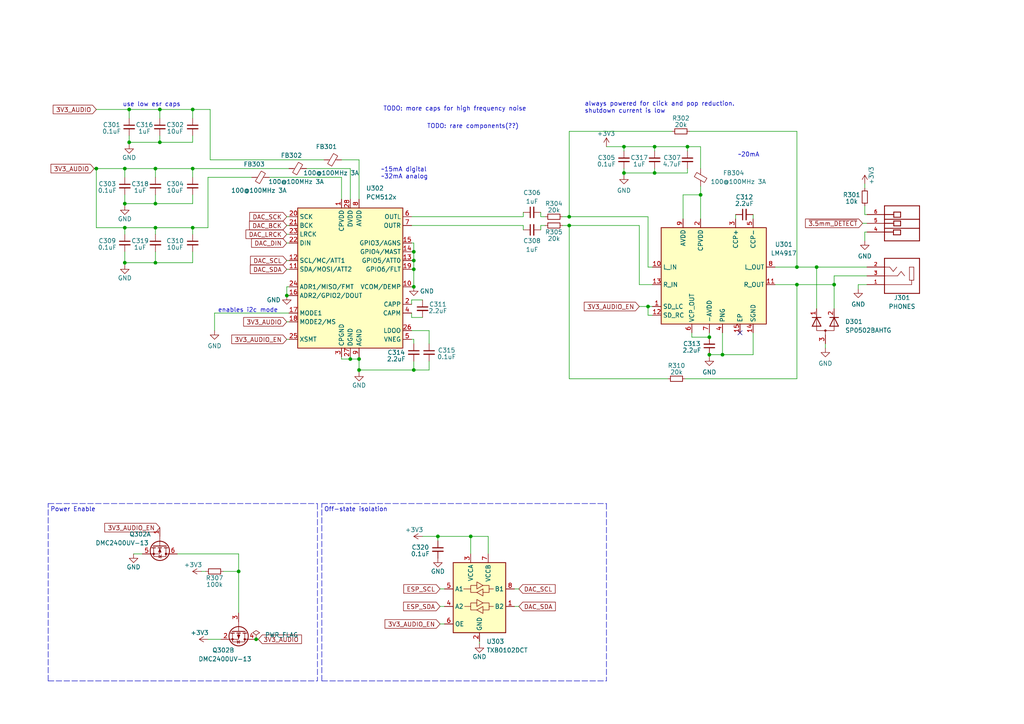
<source format=kicad_sch>
(kicad_sch (version 20211123) (generator eeschema)
  (paper "A4")
  (title_block (date "2022-09-04") (rev "1"))
  (lib_symbols
    (symbol "Audio:PCM5121PW"
      (property "Reference" "U" (at -13.97 21.59 0))
      (property "Value" "PCM5121PW" (at 10.16 21.59 0))
      (symbol "PCM5121PW_0_1"
        (rectangle (start -15.24 20.32) (end 15.24 -20.32) (stroke (width 0.254)) (fill (type background)))
      )
      (symbol "PCM5121PW_1_1"
        (pin power_in line (at -2.54 22.86 270) (length 2.54) (name "CPVDD") (number "1"))
        (pin bidirectional line (at 17.78 -2.54 180) (length 2.54) (name "VCOM/DEMP") (number "10"))
        (pin bidirectional line (at -17.78 2.54 0) (length 2.54) (name "SDA/MOSI/ATT2") (number "11"))
        (pin input line (at -17.78 5.08 0) (length 2.54) (name "SCL/MC/ATT1") (number "12"))
        (pin bidirectional line (at 17.78 5.08 180) (length 2.54) (name "GPIO5/ATT0") (number "13"))
        (pin bidirectional line (at 17.78 7.62 180) (length 2.54) (name "GPIO4/MAST") (number "14"))
        (pin bidirectional line (at 17.78 10.16 180) (length 2.54) (name "GPIO3/AGNS") (number "15"))
        (pin bidirectional line (at -17.78 -5.08 0) (length 2.54) (name "ADR2/GPIO2/DOUT") (number "16"))
        (pin input line (at -17.78 -10.16 0) (length 2.54) (name "MODE1") (number "17"))
        (pin input line (at -17.78 -12.7 0) (length 2.54) (name "MODE2/MS") (number "18"))
        (pin bidirectional line (at 17.78 2.54 180) (length 2.54) (name "GPIO6/FLT") (number "19"))
        (pin passive line (at 17.78 -7.62 180) (length 2.54) (name "CAPP") (number "2"))
        (pin input line (at -17.78 17.78 0) (length 2.54) (name "SCK") (number "20"))
        (pin bidirectional line (at -17.78 15.24 0) (length 2.54) (name "BCK") (number "21"))
        (pin input line (at -17.78 10.16 0) (length 2.54) (name "DIN") (number "22"))
        (pin bidirectional line (at -17.78 12.7 0) (length 2.54) (name "LRCK") (number "23"))
        (pin bidirectional line (at -17.78 -2.54 0) (length 2.54) (name "ADR1/MISO/FMT") (number "24"))
        (pin input line (at -17.78 -17.78 0) (length 2.54) (name "XSMT") (number "25"))
        (pin passive line (at 17.78 -15.24 180) (length 2.54) (name "LDOO") (number "26"))
        (pin power_in line (at 0 -22.86 90) (length 2.54) (name "DGND") (number "27"))
        (pin power_in line (at 0 22.86 270) (length 2.54) (name "DVDD") (number "28"))
        (pin power_in line (at -2.54 -22.86 90) (length 2.54) (name "CPGND") (number "3"))
        (pin passive line (at 17.78 -10.16 180) (length 2.54) (name "CAPM") (number "4"))
        (pin passive line (at 17.78 -17.78 180) (length 2.54) (name "VNEG") (number "5"))
        (pin output line (at 17.78 17.78 180) (length 2.54) (name "OUTL") (number "6"))
        (pin output line (at 17.78 15.24 180) (length 2.54) (name "OUTR") (number "7"))
        (pin power_in line (at 2.54 22.86 270) (length 2.54) (name "AVDD") (number "8"))
        (pin power_in line (at 2.54 -22.86 90) (length 2.54) (name "AGND") (number "9"))
      )
    )
    (symbol "Device:C_Small" (pin_numbers hide) (pin_names (offset 0.254) hide)
      (property "Reference" "C" (at 0.254 1.778 0))
      (property "Value" "C_Small" (at 0.254 -2.032 0))
      (symbol "C_Small_0_1"
        (polyline (pts (xy -1.524 -0.508) (xy 1.524 -0.508)) (stroke (width 0.3302)))
        (polyline (pts (xy -1.524 0.508) (xy 1.524 0.508)) (stroke (width 0.3048)))
      )
      (symbol "C_Small_1_1"
        (pin passive line (at 0 2.54 270) (length 2.032) (name "~") (number "1"))
        (pin passive line (at 0 -2.54 90) (length 2.032) (name "~") (number "2"))
      )
    )
    (symbol "Device:D_Dual_CommonAnode_KKA_Parallel" (pin_names (offset 0.762) hide)
      (property "Reference" "D" (at 0 5.08 0))
      (property "Value" "D_Dual_CommonAnode_KKA_Parallel" (at 0 -5.08 0))
      (symbol "D_Dual_CommonAnode_KKA_Parallel_0_0"
        (polyline (pts (xy 2.54 -3.81) (xy 2.54 -1.27)) (stroke (width 0.254)))
        (polyline (pts (xy 2.54 1.27) (xy 2.54 3.81)) (stroke (width 0.254)))
      )
      (symbol "D_Dual_CommonAnode_KKA_Parallel_0_1"
        (circle (center -1.27 0) (radius 0.254) (fill (type outline)))
        (polyline (pts (xy -1.27 0) (xy -2.54 0)))
        (polyline (pts (xy 2.54 2.54) (xy -1.27 2.54) (xy -1.27 -2.54) (xy 2.54 -2.54)))
        (polyline (pts (xy 0 -1.27) (xy 2.54 -2.54) (xy 0 -3.81) (xy 0 -1.27) (xy 0 -1.27) (xy 0 -1.27)) (stroke (width 0.254)))
        (polyline (pts (xy 0 3.81) (xy 2.54 2.54) (xy 0 1.27) (xy 0 3.81) (xy 0 3.81) (xy 0 3.81)) (stroke (width 0.254)))
        (pin passive line (at 5.08 2.54 180) (length 2.54) (name "K") (number "1"))
        (pin passive line (at 5.08 -2.54 180) (length 2.54) (name "K") (number "2"))
        (pin passive line (at -5.08 0 0) (length 2.54) (name "A") (number "3"))
      )
    )
    (symbol "Device:Ferrite_Bead_Small" (pin_numbers hide) (pin_names (offset 0))
      (property "Reference" "FB" (at 1.905 1.27 0))
      (property "Value" "Device_Ferrite_Bead_Small" (at 1.905 -1.27 0))
      (symbol "Ferrite_Bead_Small_0_1"
        (polyline (pts (xy 0 -1.27) (xy 0 -0.7874)))
        (polyline (pts (xy 0 0.889) (xy 0 1.2954)))
        (polyline (pts (xy -1.8288 0.2794) (xy -1.1176 1.4986) (xy 1.8288 -0.2032) (xy 1.1176 -1.4224) (xy -1.8288 0.2794)))
      )
      (symbol "Ferrite_Bead_Small_1_1"
        (pin passive line (at 0 2.54 270) (length 1.27) (name "~") (number "1"))
        (pin passive line (at 0 -2.54 90) (length 1.27) (name "~") (number "2"))
      )
    )
    (symbol "Device:R_Small" (pin_numbers hide) (pin_names (offset 0.254) hide)
      (property "Reference" "R" (at 0.762 0.508 0))
      (property "Value" "R_Small" (at 0.762 -1.016 0))
      (symbol "R_Small_0_1"
        (rectangle (start -0.762 1.778) (end 0.762 -1.778) (stroke (width 0.2032)))
      )
      (symbol "R_Small_1_1"
        (pin passive line (at 0 2.54 270) (length 0.762) (name "~") (number "1"))
        (pin passive line (at 0 -2.54 90) (length 0.762) (name "~") (number "2"))
      )
    )
    (symbol "Logic_LevelTranslator:TXB0102DCT"
      (property "Reference" "U" (at -6.35 11.43 0))
      (property "Value" "TXB0102DCT" (at 3.81 11.43 0))
      (symbol "TXB0102DCT_0_1"
        (rectangle (start -7.62 10.16) (end 7.62 -10.16) (stroke (width 0.254)) (fill (type background)))
        (polyline (pts (xy -2.54 -2.54) (xy -2.54 -1.524) (xy -0.762 -1.524)))
        (polyline (pts (xy -2.54 2.54) (xy -2.54 3.556) (xy -0.762 3.556)))
        (polyline (pts (xy 2.794 -2.54) (xy 2.794 -3.556) (xy 1.016 -3.556)))
        (polyline (pts (xy 2.794 2.54) (xy 2.794 1.524) (xy 1.016 1.524)))
        (polyline (pts (xy -0.762 -3.556) (xy -2.54 -3.556) (xy -2.54 -2.54) (xy -4.318 -2.54)))
        (polyline (pts (xy -0.762 -2.54) (xy -0.762 -0.508) (xy 1.016 -1.524) (xy -0.762 -2.54)) (fill (type background)))
        (polyline (pts (xy -0.762 1.524) (xy -2.54 1.524) (xy -2.54 2.54) (xy -4.572 2.54)))
        (polyline (pts (xy -0.762 2.54) (xy -0.762 4.572) (xy 1.016 3.556) (xy -0.762 2.54)))
        (polyline (pts (xy 1.016 -2.54) (xy 1.016 -4.572) (xy -0.762 -3.556) (xy 1.016 -2.54)))
        (polyline (pts (xy 1.016 -1.524) (xy 2.794 -1.524) (xy 2.794 -2.54) (xy 4.064 -2.54)))
        (polyline (pts (xy 1.016 3.556) (xy 2.794 3.556) (xy 2.794 2.54) (xy 4.064 2.54)))
        (polyline (pts (xy 1.016 2.54) (xy 1.016 0.762) (xy 1.016 0.508) (xy -0.762 1.524) (xy 1.016 2.54)))
      )
      (symbol "TXB0102DCT_1_1"
        (pin bidirectional line (at 10.16 -2.54 180) (length 2.54) (name "B2") (number "1"))
        (pin power_in line (at 0 -12.7 90) (length 2.54) (name "GND") (number "2"))
        (pin power_in line (at -2.54 12.7 270) (length 2.54) (name "VCCA") (number "3"))
        (pin bidirectional line (at -10.16 -2.54 0) (length 2.54) (name "A2") (number "4"))
        (pin bidirectional line (at -10.16 2.54 0) (length 2.54) (name "A1") (number "5"))
        (pin input line (at -10.16 -7.62 0) (length 2.54) (name "OE") (number "6"))
        (pin power_in line (at 2.54 12.7 270) (length 2.54) (name "VCCB") (number "7"))
        (pin bidirectional line (at 10.16 2.54 180) (length 2.54) (name "B1") (number "8"))
      )
    )
    (symbol "Transistor_FET:DMC2053UVT" (pin_names hide)
      (property "Reference" "Q" (at 3.175 1.27 0))
      (property "Value" "DMC2053UVT" (at 3.175 -1.27 0))
      (symbol "DMC2053UVT_0_1"
        (circle (center -0.889 0) (radius 2.794) (stroke (width 0.254)))
        (circle (center 0 -1.778) (radius 0.254) (fill (type outline)))
        (polyline (pts (xy -2.286 0) (xy -5.08 0)))
        (polyline (pts (xy -2.286 1.905) (xy -2.286 -1.905)) (stroke (width 0.254)))
        (polyline (pts (xy -1.778 -1.27) (xy -1.778 -2.286)) (stroke (width 0.254)))
        (polyline (pts (xy -1.778 0.508) (xy -1.778 -0.508)) (stroke (width 0.254)))
        (polyline (pts (xy -1.778 2.286) (xy -1.778 1.27)) (stroke (width 0.254)))
        (polyline (pts (xy 0 2.54) (xy 0 1.778)))
        (polyline (pts (xy 0 -2.54) (xy 0 0) (xy -1.778 0)))
        (polyline (pts (xy -1.778 -1.778) (xy 0.762 -1.778) (xy 0.762 1.778) (xy -1.778 1.778)))
        (circle (center 0 1.778) (radius 0.254) (fill (type outline)))
      )
      (symbol "DMC2053UVT_1_1"
        (polyline (pts (xy -1.524 0) (xy -0.508 0.381) (xy -0.508 -0.381) (xy -1.524 0)) (fill (type outline)))
        (polyline (pts (xy 0.254 0.508) (xy 0.381 0.381) (xy 1.143 0.381) (xy 1.27 0.254)))
        (polyline (pts (xy 0.762 0.381) (xy 0.381 -0.254) (xy 1.143 -0.254) (xy 0.762 0.381)))
        (pin passive line (at -7.62 0 0) (length 2.54) (name "G") (number "1"))
        (pin passive line (at 0 -5.08 90) (length 2.54) (name "S") (number "5"))
        (pin passive line (at 0 5.08 270) (length 2.54) (name "D") (number "6"))
      )
      (symbol "DMC2053UVT_2_1"
        (polyline (pts (xy -0.254 0) (xy -1.27 0.381) (xy -1.27 -0.381) (xy -0.254 0)) (fill (type outline)))
        (polyline (pts (xy 0.254 -0.508) (xy 0.381 -0.381) (xy 1.143 -0.381) (xy 1.27 -0.254)))
        (polyline (pts (xy 0.762 -0.381) (xy 0.381 0.254) (xy 1.143 0.254) (xy 0.762 -0.381)))
        (pin passive line (at 0 -5.08 90) (length 2.54) (name "S") (number "2"))
        (pin passive line (at -7.62 0 0) (length 2.54) (name "G") (number "3"))
        (pin passive line (at 0 5.08 270) (length 2.54) (name "D") (number "4"))
      )
    )
    (symbol "power:+3V3" (power) (pin_names (offset 0))
      (property "Value" "+3V3" (at 0 3.556 0))
      (symbol "+3V3_0_1"
        (polyline (pts (xy -0.762 1.27) (xy 0 2.54)))
        (polyline (pts (xy 0 0) (xy 0 2.54)))
        (polyline (pts (xy 0 2.54) (xy 0.762 1.27)))
      )
      (symbol "+3V3_1_1"
        (pin power_in line (at 0 0 90) (length 0) hide (name "+3V3") (number "1"))
      )
    )
    (symbol "power:GND" (power) (pin_names (offset 0))
      (property "Value" "GND" (at 0 -3.81 0))
      (symbol "GND_0_1"
        (polyline (pts (xy 0 0) (xy 0 -1.27) (xy 1.27 -1.27) (xy 0 -2.54) (xy -1.27 -1.27) (xy 0 -1.27)))
      )
      (symbol "GND_1_1"
        (pin power_in line (at 0 0 270) (length 0) hide (name "GND") (number "1"))
      )
    )
    (symbol "power:PWR_FLAG" (power) (pin_numbers hide) (pin_names (offset 0) hide)
      (property "Value" "PWR_FLAG" (at 0 3.81 0))
      (symbol "PWR_FLAG_0_0"
        (pin power_out line (at 0 0 90) (length 0) (name "pwr") (number "1"))
      )
      (symbol "PWR_FLAG_0_1"
        (polyline (pts (xy 0 0) (xy 0 1.27) (xy -1.016 1.905) (xy 0 2.54) (xy 1.016 1.905) (xy 0 1.27)))
      )
    )
    (symbol "symbols:LM4917"
      (property "Reference" "U" (at 0 0 0))
      (property "Value" "LM4917" (at 0 0 0))
      (symbol "LM4917_0_0"
        (pin input line (at -17.78 -2.54 0) (length 2.54) (name "R_IN") (number "13"))
        (pin power_in line (at 11.43 -16.51 90) (length 2.54) (name "SGND") (number "14"))
        (pin power_in line (at 7.62 -16.51 90) (length 2.54) (name "EP") (number "15"))
        (pin passive line (at 6.35 16.51 270) (length 2.54) (name "CCP+") (number "3"))
      )
      (symbol "LM4917_0_1"
        (rectangle (start -15.24 13.97) (end 15.24 -13.97) (stroke (width 0.254)) (fill (type background)))
      )
      (symbol "LM4917_1_1"
        (pin input line (at -17.78 -8.89 0) (length 2.54) (name "SD_LC") (number "1"))
        (pin input line (at -17.78 2.54 0) (length 2.54) (name "L_IN") (number "10"))
        (pin output line (at 17.78 -2.54 180) (length 2.54) (name "R_OUT") (number "11"))
        (pin input line (at -17.78 -11.43 0) (length 2.54) (name "SD_RC") (number "12"))
        (pin power_in line (at -3.81 16.51 270) (length 2.54) (name "CPVDD") (number "2"))
        (pin power_in line (at 2.54 -16.51 90) (length 2.54) (name "PNG") (number "4"))
        (pin passive line (at 11.43 16.51 270) (length 2.54) (name "CCP-") (number "5"))
        (pin power_in line (at -6.35 -16.51 90) (length 2.54) (name "VCP_OUT") (number "6"))
        (pin power_in line (at -1.27 -16.51 90) (length 2.54) (name "-AVDD") (number "7"))
        (pin output line (at 17.78 2.54 180) (length 2.54) (name "L_OUT") (number "8"))
        (pin power_in line (at -8.89 16.51 270) (length 2.54) (name "AVDD") (number "9"))
      )
    )
    (symbol "symbols:SJ-3566AN" (pin_names (offset 1.016) hide)
      (property "Reference" "J301" (at 0 6.35 0))
      (property "Value" "PHONES" (at 0 8.89 0))
      (symbol "SJ-3566AN_0_0"
        (polyline (pts (xy -5.1054 -13.7922) (xy 5.0038 -13.7922)) (stroke (width 0.254)))
        (polyline (pts (xy -5.08 -20.32) (xy 5.08 -20.32)) (stroke (width 0.254)))
        (polyline (pts (xy -5.08 -10.16) (xy -5.08 -20.32)) (stroke (width 0.254)))
        (polyline (pts (xy -5.08 -5.08) (xy 5.08 -5.08)) (stroke (width 0.254)))
        (polyline (pts (xy -5.08 5.08) (xy -5.08 -5.08)) (stroke (width 0.254)))
        (polyline (pts (xy -3.429 -2.54) (xy -2.159 -2.54)) (stroke (width 0.1524)))
        (polyline (pts (xy -3.429 1.27) (xy -3.429 -2.54)) (stroke (width 0.1524)))
        (polyline (pts (xy -2.794 1.27) (xy -3.429 1.27)) (stroke (width 0.1524)))
        (polyline (pts (xy -2.794 1.27) (xy -2.794 2.54)) (stroke (width 0.1524)))
        (polyline (pts (xy -2.794 2.54) (xy 5.08 2.54)) (stroke (width 0.1524)))
        (polyline (pts (xy -2.159 -2.54) (xy -2.159 1.27)) (stroke (width 0.1524)))
        (polyline (pts (xy -2.159 1.27) (xy -2.794 1.27)) (stroke (width 0.1524)))
        (polyline (pts (xy 0.254 -1.27) (xy -0.762 0)) (stroke (width 0.1524)))
        (polyline (pts (xy 0.4064 -18.4912) (xy 0.4064 -16.9926)) (stroke (width 0.254)))
        (polyline (pts (xy 0.4064 -16.9926) (xy 2.3876 -16.9926)) (stroke (width 0.254)))
        (polyline (pts (xy 0.4064 -15.9004) (xy 0.4064 -14.5034)) (stroke (width 0.254)))
        (polyline (pts (xy 0.4064 -14.5034) (xy 2.3876 -14.5034)) (stroke (width 0.254)))
        (polyline (pts (xy 0.4064 -11.9126) (xy 0.4064 -13.3096)) (stroke (width 0.254)))
        (polyline (pts (xy 0.508 -13.3096) (xy 2.4892 -13.3096)) (stroke (width 0.254)))
        (polyline (pts (xy 1.27 0) (xy 0.254 -1.27)) (stroke (width 0.1524)))
        (polyline (pts (xy 1.524 -2.54) (xy 2.54 -1.27)) (stroke (width 0.1524)))
        (polyline (pts (xy 2.3876 -18.4912) (xy 0.4064 -18.4912)) (stroke (width 0.254)))
        (polyline (pts (xy 2.3876 -16.9926) (xy 2.3876 -18.4912)) (stroke (width 0.254)))
        (polyline (pts (xy 2.3876 -15.9004) (xy 0.4064 -15.9004)) (stroke (width 0.254)))
        (polyline (pts (xy 2.3876 -14.5034) (xy 2.3876 -15.9004)) (stroke (width 0.254)))
        (polyline (pts (xy 2.4892 -13.3096) (xy 2.4892 -11.9126)) (stroke (width 0.254)))
        (polyline (pts (xy 2.4892 -11.9126) (xy 0.508 -11.9126)) (stroke (width 0.254)))
        (polyline (pts (xy 2.54 -1.27) (xy 3.556 -2.54)) (stroke (width 0.1524)))
        (polyline (pts (xy 5.08 -20.32) (xy 5.08 -17.78)) (stroke (width 0.254)))
        (polyline (pts (xy 5.08 -17.78) (xy 2.54 -17.78)) (stroke (width 0.254)))
        (polyline (pts (xy 5.08 -17.78) (xy 5.08 -15.24)) (stroke (width 0.254)))
        (polyline (pts (xy 5.08 -15.24) (xy 2.54 -15.24)) (stroke (width 0.254)))
        (polyline (pts (xy 5.08 -15.24) (xy 5.08 -12.7)) (stroke (width 0.254)))
        (polyline (pts (xy 5.08 -12.7) (xy 2.54 -12.7)) (stroke (width 0.254)))
        (polyline (pts (xy 5.08 -12.7) (xy 5.08 -10.16)) (stroke (width 0.254)))
        (polyline (pts (xy 5.08 -10.16) (xy -5.08 -10.16)) (stroke (width 0.254)))
        (polyline (pts (xy 5.08 -5.08) (xy 5.08 -2.54)) (stroke (width 0.254)))
        (polyline (pts (xy 5.08 -2.54) (xy 3.556 -2.54)) (stroke (width 0.1524)))
        (polyline (pts (xy 5.08 -2.54) (xy 5.08 0)) (stroke (width 0.254)))
        (polyline (pts (xy 5.08 0) (xy 1.27 0)) (stroke (width 0.1524)))
        (polyline (pts (xy 5.08 0) (xy 5.08 2.54)) (stroke (width 0.254)))
        (polyline (pts (xy 5.08 2.54) (xy 5.08 5.08)) (stroke (width 0.254)))
        (polyline (pts (xy 5.08 5.08) (xy -5.08 5.08)) (stroke (width 0.254)))
        (polyline (pts (xy 5.1054 -16.4084) (xy -5.1054 -16.4084)) (stroke (width 0.254)))
        (pin passive line (at 10.16 2.54 180) (length 5.08) (name "~") (number "1"))
        (pin passive line (at 10.16 -2.54 180) (length 5.08) (name "~") (number "2"))
        (pin passive line (at 10.16 0 180) (length 5.08) (name "~") (number "3"))
        (pin passive line (at 10.16 -12.7 180) (length 5.08) (name "~") (number "4"))
        (pin passive line (at 10.16 -15.24 180) (length 5.08) (name "~") (number "5"))
        (pin passive line (at 10.16 -17.78 180) (length 5.08) (name "~") (number "6"))
      )
    )
  )
  (junction (at 120.015 83.185))
  (junction (at 55.88 66.04))
  (junction (at 120.015 75.565))
  (junction (at 120.015 73.025))
  (junction (at 189.865 42.545))
  (junction (at 205.74 102.87))
  (junction (at 199.39 42.545))
  (junction (at 27.94 48.895))
  (junction (at 104.14 107.315))
  (junction (at 74.295 185.42))
  (junction (at 189.865 50.165))
  (junction (at 45.085 48.895))
  (junction (at 55.88 31.75))
  (junction (at 101.6 104.14))
  (junction (at 241.935 82.55))
  (junction (at 187.96 88.9))
  (junction (at 231.14 82.55))
  (junction (at 45.085 76.2))
  (junction (at 180.975 42.545))
  (junction (at 36.195 66.04))
  (junction (at 203.2 56.515))
  (junction (at 69.215 165.735))
  (junction (at 45.085 59.055))
  (junction (at 209.55 102.87))
  (junction (at 104.14 104.14))
  (junction (at 127 155.575))
  (junction (at 205.74 97.79))
  (junction (at 36.195 48.895))
  (junction (at 120.015 78.105))
  (junction (at 120.015 107.315))
  (junction (at 165.1 65.405))
  (junction (at 37.465 31.75))
  (junction (at 136.525 155.575))
  (junction (at 236.855 77.47))
  (junction (at 37.465 41.275))
  (junction (at 36.195 76.2))
  (junction (at 46.355 41.275))
  (junction (at 55.88 48.895))
  (junction (at 46.355 31.75))
  (junction (at 83.185 85.725))
  (junction (at 180.975 50.165))
  (junction (at 165.1 62.865))
  (junction (at 231.14 77.47))
  (junction (at 36.195 59.055))
  (junction (at 45.085 66.04))
  (no_connect (at -332.105 50.165))
  (no_connect (at 214.63 96.52))
  (no_connect (at 229.87 256.54))
  (polyline (pts (xy 13.97 197.485) (xy 13.97 146.05)))
  (wire (pts (xy 250.825 67.31) (xy 250.825 69.85)))
  (wire (pts (xy 38.735 160.655) (xy 41.275 160.655)))
  (wire (pts (xy 45.085 56.515) (xy 45.085 59.055)))
  (wire (pts (xy 187.96 62.865) (xy 187.96 77.47)))
  (wire (pts (xy 156.845 65.405) (xy 156.845 66.675)))
  (wire (pts (xy 119.38 86.995) (xy 119.38 88.265)))
  (wire (pts (xy 119.38 75.565) (xy 120.015 75.565)))
  (wire (pts (xy 55.88 39.37) (xy 55.88 41.275)))
  (wire (pts (xy 251.46 62.23) (xy 250.825 62.23)))
  (wire (pts (xy 101.6 104.14) (xy 104.14 104.14)))
  (wire (pts (xy 36.195 59.055) (xy 36.195 59.69)))
  (wire (pts (xy 251.46 67.31) (xy 250.825 67.31)))
  (wire (pts (xy 158.115 62.865) (xy 156.845 62.865)))
  (wire (pts (xy 231.14 82.55) (xy 231.14 109.855)))
  (wire (pts (xy 156.845 62.865) (xy 156.845 61.595)))
  (wire (pts (xy 151.765 65.405) (xy 151.765 66.675)))
  (wire (pts (xy 127.635 175.895) (xy 128.905 175.895)))
  (wire (pts (xy 231.14 109.855) (xy 198.755 109.855)))
  (wire (pts (xy 213.36 62.23) (xy 213.36 63.5)))
  (wire (pts (xy 224.79 82.55) (xy 231.14 82.55)))
  (wire (pts (xy 36.195 59.055) (xy 45.085 59.055)))
  (wire (pts (xy 36.195 51.435) (xy 36.195 48.895)))
  (wire (pts (xy 37.465 31.75) (xy 46.355 31.75)))
  (polyline (pts (xy 93.345 197.485) (xy 175.895 197.485)))
  (polyline (pts (xy 13.97 197.485) (xy 92.075 197.485)))
  (wire (pts (xy 45.085 48.895) (xy 55.88 48.895)))
  (wire (pts (xy 251.46 82.55) (xy 248.92 82.55)))
  (wire (pts (xy 180.975 50.165) (xy 180.975 50.8)))
  (wire (pts (xy 60.96 31.75) (xy 60.96 46.355)))
  (wire (pts (xy 124.46 107.315) (xy 120.015 107.315)))
  (wire (pts (xy 119.38 95.885) (xy 124.46 95.885)))
  (wire (pts (xy 165.1 38.1) (xy 194.945 38.1)))
  (wire (pts (xy 180.975 42.545) (xy 180.975 43.815)))
  (wire (pts (xy 199.39 42.545) (xy 203.2 42.545)))
  (wire (pts (xy 203.2 53.975) (xy 203.2 56.515)))
  (wire (pts (xy 27.94 31.75) (xy 37.465 31.75)))
  (wire (pts (xy 104.14 57.785) (xy 104.14 46.355)))
  (wire (pts (xy 119.38 62.865) (xy 151.765 62.865)))
  (wire (pts (xy 189.865 42.545) (xy 189.865 43.815)))
  (wire (pts (xy 45.085 48.895) (xy 45.085 51.435)))
  (wire (pts (xy 83.185 93.345) (xy 83.82 93.345)))
  (wire (pts (xy 236.855 77.47) (xy 236.855 89.535)))
  (wire (pts (xy 189.865 48.895) (xy 189.865 50.165)))
  (wire (pts (xy 37.465 41.275) (xy 46.355 41.275)))
  (wire (pts (xy 218.44 96.52) (xy 218.44 102.87)))
  (wire (pts (xy 127.635 180.975) (xy 128.905 180.975)))
  (wire (pts (xy 185.42 65.405) (xy 165.1 65.405)))
  (wire (pts (xy 83.185 62.865) (xy 83.82 62.865)))
  (wire (pts (xy 150.495 170.815) (xy 149.225 170.815)))
  (wire (pts (xy 99.06 104.14) (xy 101.6 104.14)))
  (wire (pts (xy 45.085 66.04) (xy 45.085 67.945)))
  (wire (pts (xy 120.015 70.485) (xy 120.015 73.025)))
  (wire (pts (xy 241.935 82.55) (xy 241.935 80.01)))
  (wire (pts (xy 27.305 48.895) (xy 27.94 48.895)))
  (wire (pts (xy 83.82 48.895) (xy 55.88 48.895)))
  (wire (pts (xy 187.96 88.9) (xy 187.96 91.44)))
  (polyline (pts (xy 13.97 146.05) (xy 92.075 146.05)))
  (wire (pts (xy 83.185 83.185) (xy 83.185 85.725)))
  (wire (pts (xy 55.88 56.515) (xy 55.88 59.055)))
  (wire (pts (xy 45.085 73.025) (xy 45.085 76.2)))
  (wire (pts (xy 122.555 92.075) (xy 119.38 92.075)))
  (wire (pts (xy 165.1 62.865) (xy 163.195 62.865)))
  (wire (pts (xy 119.38 73.025) (xy 120.015 73.025)))
  (polyline (pts (xy 92.075 146.05) (xy 92.075 197.485)))
  (wire (pts (xy 46.355 31.75) (xy 55.88 31.75)))
  (wire (pts (xy 127 156.845) (xy 127 155.575)))
  (wire (pts (xy 158.115 65.405) (xy 156.845 65.405)))
  (wire (pts (xy 185.42 65.405) (xy 185.42 82.55)))
  (wire (pts (xy 124.46 104.775) (xy 124.46 107.315)))
  (wire (pts (xy 46.355 31.75) (xy 46.355 34.29)))
  (wire (pts (xy 64.77 165.735) (xy 69.215 165.735)))
  (wire (pts (xy 83.185 83.185) (xy 83.82 83.185)))
  (wire (pts (xy 175.895 42.545) (xy 180.975 42.545)))
  (wire (pts (xy 120.015 78.105) (xy 120.015 83.185)))
  (wire (pts (xy 55.88 73.025) (xy 55.88 76.2)))
  (wire (pts (xy 36.195 73.025) (xy 36.195 76.2)))
  (polyline (pts (xy 175.895 146.05) (xy 175.895 197.485)))
  (wire (pts (xy 27.94 48.895) (xy 27.94 66.04)))
  (wire (pts (xy 55.88 67.945) (xy 55.88 66.04)))
  (wire (pts (xy 189.865 42.545) (xy 199.39 42.545)))
  (wire (pts (xy 141.605 155.575) (xy 141.605 160.655)))
  (wire (pts (xy 55.88 34.29) (xy 55.88 31.75)))
  (wire (pts (xy 250.825 53.34) (xy 250.825 54.61)))
  (wire (pts (xy 74.93 185.42) (xy 74.295 185.42)))
  (wire (pts (xy 199.39 50.165) (xy 199.39 48.895)))
  (wire (pts (xy 120.015 104.775) (xy 120.015 107.315)))
  (wire (pts (xy 45.085 59.055) (xy 55.88 59.055)))
  (wire (pts (xy 119.38 98.425) (xy 120.015 98.425)))
  (wire (pts (xy 165.1 62.865) (xy 165.1 38.1)))
  (wire (pts (xy 136.525 155.575) (xy 141.605 155.575)))
  (wire (pts (xy 37.465 34.29) (xy 37.465 31.75)))
  (wire (pts (xy 165.1 109.855) (xy 165.1 65.405)))
  (wire (pts (xy 231.14 82.55) (xy 241.935 82.55)))
  (wire (pts (xy 236.855 77.47) (xy 251.46 77.47)))
  (wire (pts (xy 55.88 51.435) (xy 55.88 48.895)))
  (wire (pts (xy 209.55 102.87) (xy 205.74 102.87)))
  (wire (pts (xy 36.195 76.2) (xy 36.195 76.835)))
  (wire (pts (xy 224.79 77.47) (xy 231.14 77.47)))
  (wire (pts (xy 203.2 42.545) (xy 203.2 48.895)))
  (wire (pts (xy 239.395 100.965) (xy 239.395 99.695)))
  (wire (pts (xy 36.195 56.515) (xy 36.195 59.055)))
  (wire (pts (xy 165.1 65.405) (xy 163.195 65.405)))
  (wire (pts (xy 180.975 50.165) (xy 189.865 50.165)))
  (polyline (pts (xy 93.345 197.485) (xy 93.345 146.05)))
  (wire (pts (xy 58.42 165.735) (xy 59.69 165.735)))
  (wire (pts (xy 83.185 67.945) (xy 83.82 67.945)))
  (wire (pts (xy 60.325 66.04) (xy 60.325 51.435)))
  (wire (pts (xy 241.935 82.55) (xy 241.935 89.535)))
  (wire (pts (xy 120.015 107.315) (xy 104.14 107.315)))
  (wire (pts (xy 62.23 90.805) (xy 62.23 95.885)))
  (wire (pts (xy 187.96 91.44) (xy 189.23 91.44)))
  (wire (pts (xy 248.92 82.55) (xy 248.92 83.82)))
  (wire (pts (xy 119.38 92.075) (xy 119.38 90.805)))
  (wire (pts (xy 36.195 66.04) (xy 45.085 66.04)))
  (wire (pts (xy 83.185 78.105) (xy 83.82 78.105)))
  (wire (pts (xy 45.085 66.04) (xy 55.88 66.04)))
  (wire (pts (xy 200.66 96.52) (xy 200.66 97.79)))
  (wire (pts (xy 205.74 103.505) (xy 205.74 102.87)))
  (wire (pts (xy 46.355 39.37) (xy 46.355 41.275)))
  (wire (pts (xy 120.015 83.185) (xy 119.38 83.185)))
  (wire (pts (xy 83.185 98.425) (xy 83.82 98.425)))
  (wire (pts (xy 198.12 63.5) (xy 198.12 56.515)))
  (wire (pts (xy 218.44 62.23) (xy 218.44 63.5)))
  (wire (pts (xy 120.015 75.565) (xy 120.015 78.105)))
  (wire (pts (xy 231.14 77.47) (xy 236.855 77.47)))
  (wire (pts (xy 101.6 57.785) (xy 101.6 48.895)))
  (wire (pts (xy 99.06 51.435) (xy 99.06 57.785)))
  (wire (pts (xy 62.23 90.805) (xy 83.82 90.805)))
  (wire (pts (xy 209.55 96.52) (xy 209.55 102.87)))
  (wire (pts (xy 60.325 51.435) (xy 73.025 51.435)))
  (wire (pts (xy 139.065 186.69) (xy 139.065 186.055)))
  (wire (pts (xy 36.195 67.945) (xy 36.195 66.04)))
  (wire (pts (xy 51.435 160.655) (xy 69.215 160.655)))
  (wire (pts (xy 55.88 66.04) (xy 60.325 66.04)))
  (wire (pts (xy 209.55 102.87) (xy 218.44 102.87)))
  (wire (pts (xy 198.12 56.515) (xy 203.2 56.515)))
  (wire (pts (xy 187.96 88.9) (xy 189.23 88.9)))
  (wire (pts (xy 231.14 38.1) (xy 231.14 77.47)))
  (wire (pts (xy 78.105 51.435) (xy 99.06 51.435)))
  (wire (pts (xy 200.025 38.1) (xy 231.14 38.1)))
  (wire (pts (xy 250.19 64.77) (xy 251.46 64.77)))
  (wire (pts (xy 205.74 97.79) (xy 205.74 96.52)))
  (wire (pts (xy 104.14 104.14) (xy 104.14 107.315)))
  (wire (pts (xy 120.015 98.425) (xy 120.015 99.695)))
  (wire (pts (xy 36.195 76.2) (xy 45.085 76.2)))
  (wire (pts (xy 99.06 46.355) (xy 104.14 46.355)))
  (polyline (pts (xy 93.345 146.05) (xy 175.895 146.05)))
  (wire (pts (xy 122.555 155.575) (xy 127 155.575)))
  (wire (pts (xy 120.015 73.025) (xy 120.015 75.565)))
  (wire (pts (xy 83.185 75.565) (xy 83.82 75.565)))
  (wire (pts (xy 36.195 66.04) (xy 27.94 66.04)))
  (wire (pts (xy 69.215 160.655) (xy 69.215 165.735)))
  (wire (pts (xy 101.6 103.505) (xy 101.6 104.14)))
  (wire (pts (xy 119.38 70.485) (xy 120.015 70.485)))
  (wire (pts (xy 189.23 82.55) (xy 185.42 82.55)))
  (wire (pts (xy 187.96 77.47) (xy 189.23 77.47)))
  (wire (pts (xy 60.325 185.42) (xy 64.135 185.42)))
  (wire (pts (xy 199.39 42.545) (xy 199.39 43.815)))
  (wire (pts (xy 55.88 31.75) (xy 60.96 31.75)))
  (wire (pts (xy 124.46 99.695) (xy 124.46 95.885)))
  (wire (pts (xy 37.465 41.275) (xy 37.465 41.91)))
  (wire (pts (xy 36.195 48.895) (xy 45.085 48.895)))
  (wire (pts (xy 83.185 85.725) (xy 83.82 85.725)))
  (wire (pts (xy 187.96 62.865) (xy 165.1 62.865)))
  (wire (pts (xy 119.38 78.105) (xy 120.015 78.105)))
  (wire (pts (xy 180.975 42.545) (xy 189.865 42.545)))
  (wire (pts (xy 60.96 46.355) (xy 93.98 46.355)))
  (wire (pts (xy 180.975 48.895) (xy 180.975 50.165)))
  (wire (pts (xy 203.2 56.515) (xy 203.2 63.5)))
  (wire (pts (xy 104.14 103.505) (xy 104.14 104.14)))
  (wire (pts (xy 119.38 65.405) (xy 151.765 65.405)))
  (wire (pts (xy 127 155.575) (xy 136.525 155.575)))
  (wire (pts (xy 99.06 103.505) (xy 99.06 104.14)))
  (wire (pts (xy 101.6 48.895) (xy 88.9 48.895)))
  (wire (pts (xy 200.66 97.79) (xy 205.74 97.79)))
  (wire (pts (xy 241.935 80.01) (xy 251.46 80.01)))
  (wire (pts (xy 189.865 50.165) (xy 199.39 50.165)))
  (wire (pts (xy 83.185 65.405) (xy 83.82 65.405)))
  (wire (pts (xy 122.555 86.995) (xy 119.38 86.995)))
  (wire (pts (xy 151.765 62.865) (xy 151.765 61.595)))
  (wire (pts (xy 104.14 107.315) (xy 104.14 107.95)))
  (wire (pts (xy 69.215 165.735) (xy 69.215 177.8)))
  (wire (pts (xy 250.825 62.23) (xy 250.825 59.69)))
  (wire (pts (xy 37.465 39.37) (xy 37.465 41.275)))
  (wire (pts (xy 150.495 175.895) (xy 149.225 175.895)))
  (wire (pts (xy 193.675 109.855) (xy 165.1 109.855)))
  (wire (pts (xy 185.42 88.9) (xy 187.96 88.9)))
  (wire (pts (xy 83.185 70.485) (xy 83.82 70.485)))
  (wire (pts (xy 46.355 41.275) (xy 55.88 41.275)))
  (wire (pts (xy 127.635 170.815) (xy 128.905 170.815)))
  (wire (pts (xy 27.94 48.895) (xy 36.195 48.895)))
  (wire (pts (xy 45.085 76.2) (xy 55.88 76.2)))
  (wire (pts (xy 136.525 155.575) (xy 136.525 160.655)))
  (text "~20mA" (at 213.995 45.72 0) (effects (font (size 1.27 1.27)) (justify left bottom)))
  (text "always powered for click and pop reduction.\nshutdown current is low" (at 169.545 33.02 0) (effects (font (size 1.27 1.27)) (justify left bottom)))
  (text "Power Enable" (at 14.605 148.59 0) (effects (font (size 1.27 1.27)) (justify left bottom)))
  (text "~15mA digital\n~32mA analog" (at 110.49 52.07 0) (effects (font (size 1.27 1.27)) (justify left bottom)))
  (text "TODO: more caps for high frequency noise" (at 111.125 32.385 0) (effects (font (size 1.27 1.27)) (justify left bottom)))
  (text "use low esr caps" (at 35.56 31.115 0) (effects (font (size 1.27 1.27)) (justify left bottom)))
  (text "Off-state isolation" (at 93.98 148.59 0) (effects (font (size 1.27 1.27)) (justify left bottom)))
  (text "enables i2c mode" (at 80.645 90.805 180) (effects (font (size 1.27 1.27)) (justify right bottom)))
  (text "TODO: rare components(??)" (at 123.825 37.465 0) (effects (font (size 1.27 1.27)) (justify left bottom)))
  (global_label "3V3_AUDIO_EN" (shape input) (at 185.42 88.9 180) (property "Intersheet References" "${INTERSHEET_REFS}" (effects hide)))
  (global_label "DAC_SDA" (shape input) (at 150.495 175.895 0) (property "Intersheet References" "${INTERSHEET_REFS}" (effects hide)))
  (global_label "3V3_AUDIO_EN" (shape input) (at 83.185 98.425 180) (property "Intersheet References" "${INTERSHEET_REFS}" (effects hide)))
  (global_label "3V3_AUDIO" (shape input) (at 83.185 93.345 180) (property "Intersheet References" "${INTERSHEET_REFS}" (effects hide)))
  (global_label "DAC_SCL" (shape input) (at 83.185 75.565 180) (property "Intersheet References" "${INTERSHEET_REFS}" (effects hide)))
  (global_label "ESP_SDA" (shape input) (at 127.635 175.895 180) (property "Intersheet References" "${INTERSHEET_REFS}" (effects hide)))
  (global_label "DAC_DIN" (shape input) (at 83.185 70.485 180) (property "Intersheet References" "${INTERSHEET_REFS}" (effects hide)))
  (global_label "DAC_BCK" (shape input) (at 83.185 65.405 180) (property "Intersheet References" "${INTERSHEET_REFS}" (effects hide)))
  (global_label "3V3_AUDIO" (shape input) (at 74.93 185.42 0) (property "Intersheet References" "${INTERSHEET_REFS}" (effects hide)))
  (global_label "3V3_AUDIO_EN" (shape input) (at 127.635 180.975 180) (property "Intersheet References" "${INTERSHEET_REFS}" (effects hide)))
  (global_label "DAC_SDA" (shape input) (at 83.185 78.105 180) (property "Intersheet References" "${INTERSHEET_REFS}" (effects hide)))
  (global_label "3V3_AUDIO" (shape input) (at 27.94 31.75 180) (property "Intersheet References" "${INTERSHEET_REFS}" (effects hide)))
  (global_label "DAC_SCL" (shape input) (at 150.495 170.815 0) (property "Intersheet References" "${INTERSHEET_REFS}" (effects hide)))
  (global_label "DAC_LRCK" (shape input) (at 83.185 67.945 180) (property "Intersheet References" "${INTERSHEET_REFS}" (effects hide)))
  (global_label "ESP_SCL" (shape input) (at 127.635 170.815 180) (property "Intersheet References" "${INTERSHEET_REFS}" (effects hide)))
  (global_label "DAC_SCK" (shape input) (at 83.185 62.865 180) (property "Intersheet References" "${INTERSHEET_REFS}" (effects hide)))
  (global_label "3V3_AUDIO" (shape input) (at 27.305 48.895 180) (property "Intersheet References" "${INTERSHEET_REFS}" (effects hide)))
  (global_label "3V3_AUDIO_EN" (shape input) (at 46.355 153.035 180) (property "Intersheet References" "${INTERSHEET_REFS}" (effects hide)))
  (global_label "~{3.5mm_DETECT}" (shape input) (at 250.19 64.77 180) (property "Intersheet References" "${INTERSHEET_REFS}" (effects hide)))
  (symbol (lib_id "power:PWR_FLAG") (at 74.295 185.42 0) (unit 1)
    (property "Reference" "#FLG0105" (effects hide))
    (property "Value" "PWR_FLAG" (at 76.835 184.1499 0) (effects (justify left)))
  )
  (symbol (lib_id "Device:C_Small") (at 55.88 36.83 0) (unit 1)
    (property "Reference" "C302" (at 50.8 36.195 0))
    (property "Value" "10uF" (at 50.8 38.1 0))
    (property "Footprint" "Capacitor_SMD:C_0805_2012Metric" (effects hide))
    (property "PN" "EMK212ABJ106KG-T" (effects hide))
  )
  (symbol (lib_id "power:GND") (at 104.14 107.95 0) (unit 1)
    (property "Reference" "#PWR0313" (effects hide))
    (property "Value" "GND" (at 104.14 111.76 0))
  )
  (symbol (lib_id "power:GND") (at 83.185 85.725 0) (unit 1)
    (property "Reference" "#PWR0310" (effects hide))
    (property "Value" "GND" (at 79.375 86.995 0))
  )
  (symbol (lib_id "Device:C_Small") (at 55.88 70.485 0) (unit 1)
    (property "Reference" "C310" (at 50.8 69.85 0))
    (property "Value" "10uF" (at 50.8 71.755 0))
    (property "Footprint" "Capacitor_SMD:C_0805_2012Metric" (effects hide))
    (property "PN" "EMK212ABJ106KG-T" (effects hide))
  )
  (symbol (lib_id "Device:C_Small") (at 124.46 102.235 0) (unit 1)
    (property "Reference" "C315" (at 129.54 101.6 0))
    (property "Value" "0.1uF" (at 129.54 103.505 0))
    (property "Footprint" "Capacitor_SMD:C_0805_2012Metric" (effects hide))
    (property "PN" "0805YD104KAT2A" (effects hide))
  )
  (symbol (lib_id "Device:C_Small") (at 122.555 89.535 0) (unit 1)
    (property "Reference" "C311" (at 127 88.265 0))
    (property "Value" "2.2uF" (at 127 90.17 0))
    (property "Footprint" "Capacitor_SMD:C_0603_1608Metric" (effects hide))
  )
  (symbol (lib_id "Device:R_Small") (at 196.215 109.855 90) (unit 1)
    (property "Reference" "R310" (at 196.215 106.045 90))
    (property "Value" "20k" (at 196.215 107.95 90))
    (property "Footprint" "Resistor_SMD:R_0603_1608Metric" (effects hide))
    (property "PN" "AC0603FR-0720KL" (effects hide))
  )
  (symbol (lib_id "power:GND") (at 38.735 160.655 0) (unit 1)
    (property "Reference" "#PWR0309" (effects hide))
    (property "Value" "GND" (at 38.735 164.465 0))
  )
  (symbol (lib_id "power:+3V3") (at 58.42 165.735 90) (unit 1)
    (property "Reference" "#PWR0314" (effects hide))
    (property "Value" "+3V3" (at 53.34 163.83 90) (effects (justify right)))
  )
  (symbol (lib_id "Device:R_Small") (at 160.655 62.865 90) (unit 1)
    (property "Reference" "R304" (at 160.655 59.055 90))
    (property "Value" "20k" (at 160.655 60.96 90))
    (property "Footprint" "Resistor_SMD:R_0603_1608Metric" (effects hide))
    (property "PN" "AC0603FR-0720KL" (effects hide))
  )
  (symbol (lib_id "power:GND") (at 36.195 76.835 0) (unit 1)
    (property "Reference" "#PWR0306" (effects hide))
    (property "Value" "GND" (at 36.195 80.645 0))
  )
  (symbol (lib_id "Device:Ferrite_Bead_Small") (at 75.565 51.435 90) (unit 1)
    (property "Reference" "FB303" (at 76.835 47.625 90) (effects (justify left)))
    (property "Value" "100@100MHz 3A" (at 83.185 55.245 90) (effects (justify left)))
    (property "Footprint" "Inductor_SMD:L_0603_1608Metric" (effects hide))
    (property "PN" "BLM18KG101TN1D" (effects hide))
  )
  (symbol (lib_id "Device:C_Small") (at 120.015 102.235 0) (unit 1)
    (property "Reference" "C314" (at 114.935 102.235 0))
    (property "Value" "2.2uF" (at 114.935 104.14 0))
    (property "Footprint" "Capacitor_SMD:C_0603_1608Metric" (effects hide))
  )
  (symbol (lib_id "power:+3V3") (at 122.555 155.575 90) (unit 1)
    (property "Reference" "#PWR0303" (effects hide))
    (property "Value" "+3V3" (at 117.475 153.67 90) (effects (justify right)))
  )
  (symbol (lib_id "Device:C_Small") (at 55.88 53.975 0) (unit 1)
    (property "Reference" "C304" (at 50.8 53.34 0))
    (property "Value" "10uF" (at 50.8 55.245 0))
    (property "Footprint" "Capacitor_SMD:C_0805_2012Metric" (effects hide))
    (property "PN" "EMK212ABJ106KG-T" (effects hide))
  )
  (symbol (lib_id "power:GND") (at 62.23 95.885 0) (unit 1)
    (property "Reference" "#PWR0311" (effects hide))
    (property "Value" "GND" (at 62.23 100.33 0))
  )
  (symbol (lib_id "Device:C_Small") (at 45.085 53.975 0) (unit 1)
    (property "Reference" "C318" (at 40.64 53.34 0))
    (property "Value" "1uF" (at 40.64 55.245 0))
    (property "Footprint" "Capacitor_SMD:C_0805_2012Metric" (effects hide))
    (property "PN" "EMK212BJ105KG-T" (effects hide))
  )
  (symbol (lib_id "power:GND") (at 248.92 83.82 0) (unit 1)
    (property "Reference" "#PWR0308" (effects hide))
    (property "Value" "GND" (at 248.92 88.265 0))
  )
  (symbol (lib_id "power:+3V3") (at 175.895 42.545 0) (unit 1)
    (property "Reference" "#PWR0318" (effects hide))
    (property "Value" "+3V3" (at 178.435 38.735 0) (effects (justify right)))
  )
  (symbol (lib_id "Device:C_Small") (at 46.355 36.83 0) (unit 1)
    (property "Reference" "C316" (at 41.91 36.195 0))
    (property "Value" "1uF" (at 41.91 38.1 0))
    (property "Footprint" "Capacitor_SMD:C_0805_2012Metric" (effects hide))
    (property "PN" "EMK212BJ105KG-T" (effects hide))
  )
  (symbol (lib_id "power:GND") (at 37.465 41.91 0) (unit 1)
    (property "Reference" "#PWR0301" (effects hide))
    (property "Value" "GND" (at 37.465 45.72 0))
  )
  (symbol (lib_id "power:GND") (at 239.395 100.965 0) (unit 1)
    (property "Reference" "#PWR0319" (effects hide))
    (property "Value" "GND" (at 239.395 105.41 0))
  )
  (symbol (lib_id "power:GND") (at 120.015 83.185 0) (unit 1)
    (property "Reference" "#PWR0307" (effects hide))
    (property "Value" "GND" (at 123.825 84.455 0))
  )
  (symbol (lib_id "Device:C_Small") (at 199.39 46.355 0) (unit 1)
    (property "Reference" "C307" (at 194.945 45.72 0))
    (property "Value" "4.7uF" (at 194.945 47.625 0))
    (property "Footprint" "Capacitor_SMD:C_0805_2012Metric" (effects hide))
    (property "PN" "EMK212BJ475KD-T" (effects hide))
  )
  (symbol (lib_id "Device:C_Small") (at 180.975 46.355 0) (unit 1)
    (property "Reference" "C305" (at 175.895 45.72 0))
    (property "Value" "0.1uF" (at 175.895 47.625 0))
    (property "Footprint" "Capacitor_SMD:C_0805_2012Metric" (effects hide))
    (property "PN" "0805YD104KAT2A" (effects hide))
  )
  (symbol (lib_id "power:GND") (at 139.065 186.69 0) (unit 1)
    (property "Reference" "#PWR0315" (effects hide))
    (property "Value" "GND" (at 139.065 190.5 0))
  )
  (symbol (lib_id "Device:C_Small") (at 215.9 62.23 90) (unit 1)
    (property "Reference" "C312" (at 215.9 57.15 90))
    (property "Value" "2.2uF" (at 215.9 59.055 90))
    (property "Footprint" "Capacitor_SMD:C_0603_1608Metric" (effects hide))
    (property "PN" "0603" (effects hide))
  )
  (symbol (lib_id "Device:Ferrite_Bead_Small") (at 203.2 51.435 180) (unit 1)
    (property "Reference" "FB304" (at 215.9 50.165 0) (effects (justify left)))
    (property "Value" "100@100MHz 3A" (at 222.25 52.705 0) (effects (justify left)))
    (property "Footprint" "Inductor_SMD:L_0603_1608Metric" (effects hide))
    (property "PN" "BLM18KG101TN1D" (effects hide))
  )
  (symbol (lib_id "power:+3V3") (at 250.825 53.34 0) (unit 1)
    (property "Reference" "#PWR0302" (effects hide))
    (property "Value" "+3V3" (at 252.73 48.26 90) (effects (justify right)))
  )
  (symbol (lib_id "power:GND") (at 250.825 69.85 0) (unit 1)
    (property "Reference" "#PWR0305" (effects hide))
    (property "Value" "GND" (at 250.825 74.295 0))
  )
  (symbol (lib_id "Transistor_FET:DMC2053UVT") (at 69.215 185.42 270) (unit 2)
    (property "Reference" "Q302" (at 64.77 188.595 90))
    (property "Value" " DMC2400UV-13" (at 64.77 191.135 90))
    (property "Footprint" "Package_TO_SOT_SMD:SOT-563" (effects hide))
  )
  (symbol (lib_id "Transistor_FET:DMC2053UVT") (at 46.355 160.655 270) (unit 1)
    (property "Reference" "Q302" (at 40.64 154.94 90))
    (property "Value" " DMC2400UV-13" (at 34.925 157.48 90))
    (property "Footprint" "Package_TO_SOT_SMD:SOT-563" (effects hide))
  )
  (symbol (lib_id "power:GND") (at 205.74 103.505 0) (unit 1)
    (property "Reference" "#PWR0122" (effects hide))
    (property "Value" "GND" (at 205.74 107.95 0))
  )
  (symbol (lib_id "Device:R_Small") (at 250.825 57.15 180) (unit 1)
    (property "Reference" "R301" (at 247.015 56.515 0))
    (property "Value" "10k" (at 247.015 58.42 0))
    (property "Footprint" "Resistor_SMD:R_0603_1608Metric" (effects hide))
    (property "PN" "AC0603JR-0710KL" (effects hide))
  )
  (symbol (lib_id "symbols:SJ-3566AN") (at 261.62 80.01 180) (unit 1)
    (property "Reference" "J301" (at 261.62 86.36 0))
    (property "Value" "PHONES" (at 261.62 88.9 0))
    (property "Footprint" "footprints:CUI_SJ-3566AN" (effects hide))
    (property "PN" "SJ-3566AN" (effects hide))
  )
  (symbol (lib_id "Device:C_Small") (at 127 159.385 0) (unit 1)
    (property "Reference" "C320" (at 121.92 158.75 0))
    (property "Value" "0.1uF" (at 121.92 160.655 0))
    (property "Footprint" "Capacitor_SMD:C_0805_2012Metric" (effects hide))
    (property "PN" "0805YD104KAT2A" (effects hide))
  )
  (symbol (lib_id "power:GND") (at 180.975 50.8 0) (unit 1)
    (property "Reference" "#PWR0123" (effects hide))
    (property "Value" "GND" (at 180.975 55.245 0))
  )
  (symbol (lib_id "Device:C_Small") (at 154.305 66.675 90) (unit 1)
    (property "Reference" "C308" (at 154.305 69.85 90))
    (property "Value" "1uF" (at 154.305 72.39 90))
    (property "Footprint" "Diode_SMD:D_1206_3216Metric" (effects hide))
    (property "PN" "T491A105M016AT" (effects hide))
  )
  (symbol (lib_id "Device:Ferrite_Bead_Small") (at 86.36 48.895 90) (unit 1)
    (property "Reference" "FB302" (at 87.63 45.085 90) (effects (justify left)))
    (property "Value" "100@100MHz 3A" (at 93.98 52.705 90) (effects (justify left)))
    (property "Footprint" "Inductor_SMD:L_0603_1608Metric" (effects hide))
    (property "PN" "BLM18KG101TN1D" (effects hide))
  )
  (symbol (lib_id "power:GND") (at 36.195 59.69 0) (unit 1)
    (property "Reference" "#PWR0304" (effects hide))
    (property "Value" "GND" (at 36.195 63.5 0))
  )
  (symbol (lib_id "Device:C_Small") (at 36.195 70.485 0) (unit 1)
    (property "Reference" "C309" (at 31.115 69.85 0))
    (property "Value" "0.1uF" (at 31.115 71.755 0))
    (property "Footprint" "Capacitor_SMD:C_0805_2012Metric" (effects hide))
    (property "PN" "0805YD104KAT2A" (effects hide))
  )
  (symbol (lib_id "Device:C_Small") (at 154.305 61.595 90) (unit 1)
    (property "Reference" "C306" (at 154.305 55.88 90))
    (property "Value" "1uF" (at 154.305 58.42 90))
    (property "Footprint" "Diode_SMD:D_1206_3216Metric" (effects hide))
    (property "PN" "T491A105M016AT" (effects hide))
  )
  (symbol (lib_id "Device:R_Small") (at 62.23 165.735 90) (unit 1)
    (property "Reference" "R307" (at 62.23 167.64 90))
    (property "Value" "100k" (at 62.23 169.545 90))
    (property "Footprint" "Resistor_SMD:R_0603_1608Metric" (effects hide))
    (property "PN" "RC0603JR-10100KL" (effects hide))
  )
  (symbol (lib_id "Device:C_Small") (at 36.195 53.975 0) (unit 1)
    (property "Reference" "C303" (at 31.115 53.34 0))
    (property "Value" "0.1uF" (at 31.115 55.245 0))
    (property "Footprint" "Capacitor_SMD:C_0805_2012Metric" (effects hide))
    (property "PN" "0805YD104KAT2A" (effects hide))
  )
  (symbol (lib_id "Device:R_Small") (at 160.655 65.405 270) (unit 1)
    (property "Reference" "R305" (at 160.655 67.31 90))
    (property "Value" "20k" (at 160.655 69.215 90))
    (property "Footprint" "Resistor_SMD:R_0603_1608Metric" (effects hide))
    (property "PN" "AC0603FR-0720KL" (effects hide))
  )
  (symbol (lib_id "power:GND") (at 127 161.925 0) (unit 1)
    (property "Reference" "#PWR0312" (effects hide))
    (property "Value" "GND" (at 127 165.735 0))
  )
  (symbol (lib_id "symbols:LM4917") (at 207.01 80.01 0) (unit 1)
    (property "Reference" "U301" (at 227.33 70.8912 0))
    (property "Value" "LM4917" (at 227.33 73.4312 0))
    (property "Footprint" "footprints:SOIC-14" (effects hide))
    (property "PN" "LM4917SD" (effects hide))
  )
  (symbol (lib_id "Device:R_Small") (at 197.485 38.1 90) (unit 1)
    (property "Reference" "R302" (at 197.485 34.29 90))
    (property "Value" "20k" (at 197.485 36.195 90))
    (property "Footprint" "Resistor_SMD:R_0603_1608Metric" (effects hide))
    (property "PN" "AC0603FR-0720KL" (effects hide))
  )
  (symbol (lib_id "Audio:PCM5121PW") (at 101.6 80.645 0) (unit 1)
    (property "Reference" "U302" (at 106.1594 54.61 0) (effects (justify left)))
    (property "Value" "PCM512x" (at 106.1594 57.15 0) (effects (justify left)))
    (property "Footprint" "Package_SO:TSSOP-28_4.4x9.7mm_P0.65mm" (effects hide))
    (property "Datasheet" "http://www.ti.com/lit/ds/symlink/pcm5121.pdf" (effects hide))
    (property "PN" "PCM512x" (effects hide))
  )
  (symbol (lib_id "power:+3V3") (at 60.325 185.42 90) (unit 1)
    (property "Reference" "#PWR0317" (effects hide))
    (property "Value" "+3V3" (at 55.245 183.515 90) (effects (justify right)))
  )
  (symbol (lib_id "Logic_LevelTranslator:TXB0102DCT") (at 139.065 173.355 0) (unit 1)
    (property "Reference" "U303" (at 141.0844 186.055 0) (effects (justify left)))
    (property "Value" "TXB0102DCT" (at 141.0844 188.595 0) (effects (justify left)))
    (property "Footprint" "Package_SO:TSSOP-8_3x3mm_P0.65mm" (effects hide))
    (property "Datasheet" "http://www.ti.com/lit/ds/symlink/txb0102.pdf" (effects hide))
  )
  (symbol (lib_id "Device:D_Dual_CommonAnode_KKA_Parallel") (at 239.395 94.615 90) (unit 1)
    (property "Reference" "D301" (at 245.11 93.2814 90) (effects (justify right)))
    (property "Value" "SP0502BAHTG " (at 245.11 95.8214 90) (effects (justify right)))
    (property "Footprint" "Package_TO_SOT_SMD:SOT-523" (effects hide))
    (property "PN" "PESD2USB3UV-TR" (effects hide))
  )
  (symbol (lib_id "Device:C_Small") (at 189.865 46.355 0) (unit 1)
    (property "Reference" "C317" (at 185.42 45.72 0))
    (property "Value" "1uF" (at 185.42 47.625 0))
    (property "Footprint" "Capacitor_SMD:C_0805_2012Metric" (effects hide))
    (property "PN" "EMK212BJ105KG-T" (effects hide))
  )
  (symbol (lib_id "Device:C_Small") (at 205.74 100.33 180) (unit 1)
    (property "Reference" "C313" (at 200.66 99.695 0))
    (property "Value" "2.2uF" (at 200.66 101.6 0))
    (property "Footprint" "Capacitor_SMD:C_0805_2012Metric" (effects hide))
    (property "PN" "EMK212BJ225KGHT" (effects hide))
  )
  (symbol (lib_id "Device:C_Small") (at 37.465 36.83 0) (unit 1)
    (property "Reference" "C301" (at 32.385 36.195 0))
    (property "Value" "0.1uF" (at 32.385 38.1 0))
    (property "Footprint" "Capacitor_SMD:C_0805_2012Metric" (effects hide))
    (property "PN" "0805YD104KAT2A" (effects hide))
  )
  (symbol (lib_id "Device:C_Small") (at 45.085 70.485 0) (unit 1)
    (property "Reference" "C319" (at 40.64 69.85 0))
    (property "Value" "1uF" (at 40.64 71.755 0))
    (property "Footprint" "Capacitor_SMD:C_0805_2012Metric" (effects hide))
    (property "PN" "EMK212BJ105KG-T" (effects hide))
  )
  (symbol (lib_id "Device:Ferrite_Bead_Small") (at 96.52 46.355 90) (unit 1)
    (property "Reference" "FB301" (at 97.79 42.545 90) (effects (justify left)))
    (property "Value" "100@100MHz 3A" (at 104.14 50.165 90) (effects (justify left)))
    (property "Footprint" "Inductor_SMD:L_0603_1608Metric" (effects hide))
    (property "PN" "BLM18KG101TN1D" (effects hide))
  )
)
</source>
